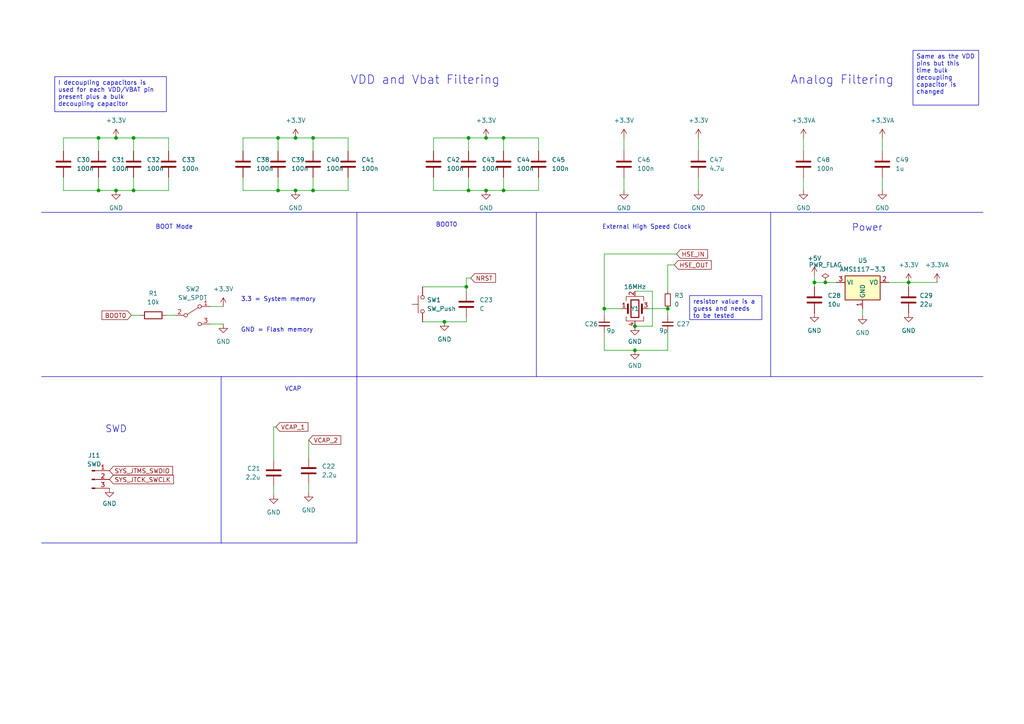
<source format=kicad_sch>
(kicad_sch (version 20230121) (generator eeschema)
  (paper "A4")
  (lib_symbols
    (symbol "Connector:Conn_01x03_Pin" (pin_names (offset 1.016) hide)
      (property "Reference" "J" (at 0 5.08 0))
      (property "Value" "Conn_01x03_Pin" (at 0 -5.08 0))
      (symbol "Conn_01x03_Pin_1_1"
        (polyline (pts (xy 1.27 -2.54) (xy 0.8636 -2.54)) (stroke (width 0.1524)))
        (polyline (pts (xy 1.27 0) (xy 0.8636 0)) (stroke (width 0.1524)))
        (polyline (pts (xy 1.27 2.54) (xy 0.8636 2.54)) (stroke (width 0.1524)))
        (rectangle (start 0.8636 -2.413) (end 0 -2.667) (stroke (width 0.1524)) (fill (type outline)))
        (rectangle (start 0.8636 0.127) (end 0 -0.127) (stroke (width 0.1524)) (fill (type outline)))
        (rectangle (start 0.8636 2.667) (end 0 2.413) (stroke (width 0.1524)) (fill (type outline)))
        (pin passive line (at 5.08 2.54 180) (length 3.81) (name "Pin_1") (number "1"))
        (pin passive line (at 5.08 0 180) (length 3.81) (name "Pin_2") (number "2"))
        (pin passive line (at 5.08 -2.54 180) (length 3.81) (name "Pin_3") (number "3"))
      )
    )
    (symbol "Device:C" (pin_numbers hide) (pin_names (offset 0.254))
      (property "Reference" "C" (at 0.635 2.54 0))
      (property "Value" "C" (at 0.635 -2.54 0))
      (symbol "C_0_1"
        (polyline (pts (xy -2.032 -0.762) (xy 2.032 -0.762)) (stroke (width 0.508)))
        (polyline (pts (xy -2.032 0.762) (xy 2.032 0.762)) (stroke (width 0.508)))
      )
      (symbol "C_1_1"
        (pin passive line (at 0 3.81 270) (length 2.794) (name "~") (number "1"))
        (pin passive line (at 0 -3.81 90) (length 2.794) (name "~") (number "2"))
      )
    )
    (symbol "Device:C_Small" (pin_numbers hide) (pin_names (offset 0.254) hide)
      (property "Reference" "C" (at 0.254 1.778 0))
      (property "Value" "C_Small" (at 0.254 -2.032 0))
      (symbol "C_Small_0_1"
        (polyline (pts (xy -1.524 -0.508) (xy 1.524 -0.508)) (stroke (width 0.3302)))
        (polyline (pts (xy -1.524 0.508) (xy 1.524 0.508)) (stroke (width 0.3048)))
      )
      (symbol "C_Small_1_1"
        (pin passive line (at 0 2.54 270) (length 2.032) (name "~") (number "1"))
        (pin passive line (at 0 -2.54 90) (length 2.032) (name "~") (number "2"))
      )
    )
    (symbol "Device:Crystal_GND24" (pin_names (offset 1.016) hide)
      (property "Reference" "Y" (at 3.175 5.08 0))
      (property "Value" "Crystal_GND24" (at 3.175 3.175 0))
      (symbol "Crystal_GND24_0_1"
        (rectangle (start -1.143 2.54) (end 1.143 -2.54) (stroke (width 0.3048)))
        (polyline (pts (xy -2.54 0) (xy -2.032 0)))
        (polyline (pts (xy -2.032 -1.27) (xy -2.032 1.27)) (stroke (width 0.508)))
        (polyline (pts (xy 0 -3.81) (xy 0 -3.556)))
        (polyline (pts (xy 0 3.556) (xy 0 3.81)))
        (polyline (pts (xy 2.032 -1.27) (xy 2.032 1.27)) (stroke (width 0.508)))
        (polyline (pts (xy 2.032 0) (xy 2.54 0)))
        (polyline (pts (xy -2.54 -2.286) (xy -2.54 -3.556) (xy 2.54 -3.556) (xy 2.54 -2.286)))
        (polyline (pts (xy -2.54 2.286) (xy -2.54 3.556) (xy 2.54 3.556) (xy 2.54 2.286)))
      )
      (symbol "Crystal_GND24_1_1"
        (pin passive line (at -3.81 0 0) (length 1.27) (name "1") (number "1"))
        (pin passive line (at 0 5.08 270) (length 1.27) (name "2") (number "2"))
        (pin passive line (at 3.81 0 180) (length 1.27) (name "3") (number "3"))
        (pin passive line (at 0 -5.08 90) (length 1.27) (name "4") (number "4"))
      )
    )
    (symbol "Device:R" (pin_numbers hide) (pin_names (offset 0))
      (property "Reference" "R" (at 2.032 0 90))
      (property "Value" "R" (at 0 0 90))
      (symbol "R_0_1"
        (rectangle (start -1.016 -2.54) (end 1.016 2.54) (stroke (width 0.254)))
      )
      (symbol "R_1_1"
        (pin passive line (at 0 3.81 270) (length 1.27) (name "~") (number "1"))
        (pin passive line (at 0 -3.81 90) (length 1.27) (name "~") (number "2"))
      )
    )
    (symbol "Device:R_Small" (pin_numbers hide) (pin_names (offset 0.254) hide)
      (property "Reference" "R" (at 0.762 0.508 0))
      (property "Value" "R_Small" (at 0.762 -1.016 0))
      (symbol "R_Small_0_1"
        (rectangle (start -0.762 1.778) (end 0.762 -1.778) (stroke (width 0.2032)))
      )
      (symbol "R_Small_1_1"
        (pin passive line (at 0 2.54 270) (length 0.762) (name "~") (number "1"))
        (pin passive line (at 0 -2.54 90) (length 0.762) (name "~") (number "2"))
      )
    )
    (symbol "Regulator_Linear:AMS1117-3.3"
      (property "Reference" "U" (at -3.81 3.175 0))
      (property "Value" "AMS1117-3.3" (at 0 3.175 0))
      (symbol "AMS1117-3.3_0_1"
        (rectangle (start -5.08 -5.08) (end 5.08 1.905) (stroke (width 0.254)) (fill (type background)))
      )
      (symbol "AMS1117-3.3_1_1"
        (pin power_in line (at 0 -7.62 90) (length 2.54) (name "GND") (number "1"))
        (pin power_out line (at 7.62 0 180) (length 2.54) (name "VO") (number "2"))
        (pin power_in line (at -7.62 0 0) (length 2.54) (name "VI") (number "3"))
      )
    )
    (symbol "Switch:SW_Push" (pin_numbers hide) (pin_names (offset 1.016) hide)
      (property "Reference" "SW" (at 1.27 2.54 0))
      (property "Value" "SW_Push" (at 0 -1.524 0))
      (symbol "SW_Push_0_1"
        (circle (center -2.032 0) (radius 0.508))
        (polyline (pts (xy 0 1.27) (xy 0 3.048)))
        (polyline (pts (xy 2.54 1.27) (xy -2.54 1.27)))
        (circle (center 2.032 0) (radius 0.508))
        (pin passive line (at -5.08 0 0) (length 2.54) (name "1") (number "1"))
        (pin passive line (at 5.08 0 180) (length 2.54) (name "2") (number "2"))
      )
    )
    (symbol "Switch:SW_SPDT" (pin_names (offset 0) hide)
      (property "Reference" "SW" (at 0 4.318 0))
      (property "Value" "SW_SPDT" (at 0 -5.08 0))
      (symbol "SW_SPDT_0_0"
        (circle (center -2.032 0) (radius 0.508))
        (circle (center 2.032 -2.54) (radius 0.508))
      )
      (symbol "SW_SPDT_0_1"
        (polyline (pts (xy -1.524 0.254) (xy 1.651 2.286)))
        (circle (center 2.032 2.54) (radius 0.508))
      )
      (symbol "SW_SPDT_1_1"
        (pin passive line (at 5.08 2.54 180) (length 2.54) (name "A") (number "1"))
        (pin passive line (at -5.08 0 0) (length 2.54) (name "B") (number "2"))
        (pin passive line (at 5.08 -2.54 180) (length 2.54) (name "C") (number "3"))
      )
    )
    (symbol "power:+3.3V" (power) (pin_names (offset 0))
      (property "Value" "+3.3V" (at 0 3.556 0))
      (symbol "+3.3V_0_1"
        (polyline (pts (xy -0.762 1.27) (xy 0 2.54)))
        (polyline (pts (xy 0 0) (xy 0 2.54)))
        (polyline (pts (xy 0 2.54) (xy 0.762 1.27)))
      )
      (symbol "+3.3V_1_1"
        (pin power_in line (at 0 0 90) (length 0) hide (name "+3.3V") (number "1"))
      )
    )
    (symbol "power:+3.3VA" (power) (pin_names (offset 0))
      (property "Value" "+3.3VA" (at 0 3.556 0))
      (symbol "+3.3VA_0_1"
        (polyline (pts (xy -0.762 1.27) (xy 0 2.54)))
        (polyline (pts (xy 0 0) (xy 0 2.54)))
        (polyline (pts (xy 0 2.54) (xy 0.762 1.27)))
      )
      (symbol "+3.3VA_1_1"
        (pin power_in line (at 0 0 90) (length 0) hide (name "+3.3VA") (number "1"))
      )
    )
    (symbol "power:+5V" (power) (pin_names (offset 0))
      (property "Value" "+5V" (at 0 3.556 0))
      (symbol "+5V_0_1"
        (polyline (pts (xy -0.762 1.27) (xy 0 2.54)))
        (polyline (pts (xy 0 0) (xy 0 2.54)))
        (polyline (pts (xy 0 2.54) (xy 0.762 1.27)))
      )
      (symbol "+5V_1_1"
        (pin power_in line (at 0 0 90) (length 0) hide (name "+5V") (number "1"))
      )
    )
    (symbol "power:GND" (power) (pin_names (offset 0))
      (property "Value" "GND" (at 0 -3.81 0))
      (symbol "GND_0_1"
        (polyline (pts (xy 0 0) (xy 0 -1.27) (xy 1.27 -1.27) (xy 0 -2.54) (xy -1.27 -1.27) (xy 0 -1.27)))
      )
      (symbol "GND_1_1"
        (pin power_in line (at 0 0 270) (length 0) hide (name "GND") (number "1"))
      )
    )
    (symbol "power:PWR_FLAG" (power) (pin_numbers hide) (pin_names (offset 0) hide)
      (property "Value" "PWR_FLAG" (at 0 3.81 0))
      (symbol "PWR_FLAG_0_0"
        (pin power_out line (at 0 0 90) (length 0) (name "pwr") (number "1"))
      )
      (symbol "PWR_FLAG_0_1"
        (polyline (pts (xy 0 0) (xy 0 1.27) (xy -1.016 1.905) (xy 0 2.54) (xy 1.016 1.905) (xy 0 1.27)))
      )
    )
  )
  (junction (at 236.22 81.915))
  (junction (at 263.525 81.915))
  (junction (at 184.15 94.615))
  (junction (at 85.725 55.245))
  (junction (at 146.05 40.005))
  (junction (at 90.805 40.005))
  (junction (at 28.575 40.005))
  (junction (at 80.645 40.005))
  (junction (at 90.805 55.245))
  (junction (at 184.15 101.6))
  (junction (at 128.905 93.345))
  (junction (at 38.735 55.245))
  (junction (at 38.735 40.005))
  (junction (at 85.725 40.005))
  (junction (at 33.655 40.005))
  (junction (at 193.675 89.535))
  (junction (at 80.645 55.245))
  (junction (at 135.255 83.185))
  (junction (at 28.575 55.245))
  (junction (at 140.97 40.005))
  (junction (at 239.395 81.915))
  (junction (at 33.655 55.245))
  (junction (at 140.97 55.245))
  (junction (at 146.05 55.245))
  (junction (at 135.89 55.245))
  (junction (at 135.89 40.005))
  (junction (at 175.26 89.535))
  (wire (pts (xy 80.645 55.245) (xy 85.725 55.245)))
  (wire (pts (xy 48.895 40.005) (xy 48.895 43.815)))
  (wire (pts (xy 175.26 101.6) (xy 184.15 101.6)))
  (wire (pts (xy 90.805 40.005) (xy 100.965 40.005)))
  (wire (pts (xy 125.73 51.435) (xy 125.73 55.245)))
  (wire (pts (xy 18.415 51.435) (xy 18.415 55.245)))
  (wire (pts (xy 236.22 80.01) (xy 236.22 81.915)))
  (wire (pts (xy 85.725 55.245) (xy 90.805 55.245)))
  (wire (pts (xy 70.485 51.435) (xy 70.485 55.245)))
  (wire (pts (xy 79.375 123.825) (xy 79.375 133.35)))
  (wire (pts (xy 18.415 40.005) (xy 28.575 40.005)))
  (polyline (pts (xy 285.115 109.22) (xy 223.52 109.22)))
  (wire (pts (xy 80.645 51.435) (xy 80.645 55.245)))
  (wire (pts (xy 175.26 73.66) (xy 196.215 73.66)))
  (wire (pts (xy 122.555 83.185) (xy 135.255 83.185)))
  (wire (pts (xy 80.645 40.005) (xy 80.645 43.815)))
  (wire (pts (xy 233.045 51.435) (xy 233.045 55.245)))
  (wire (pts (xy 193.675 91.44) (xy 193.675 89.535)))
  (wire (pts (xy 135.89 51.435) (xy 135.89 55.245)))
  (wire (pts (xy 175.26 89.535) (xy 175.26 91.44)))
  (wire (pts (xy 146.05 40.005) (xy 146.05 43.815)))
  (polyline (pts (xy 155.575 109.22) (xy 103.505 109.22)))
  (polyline (pts (xy 155.575 109.22) (xy 155.575 61.595)))
  (wire (pts (xy 233.045 40.005) (xy 233.045 43.815)))
  (wire (pts (xy 140.97 55.245) (xy 146.05 55.245)))
  (wire (pts (xy 79.375 140.97) (xy 79.375 143.51)))
  (polyline (pts (xy 12.065 61.595) (xy 285.115 61.595)))
  (wire (pts (xy 125.73 40.005) (xy 135.89 40.005)))
  (wire (pts (xy 189.23 84.455) (xy 189.23 94.615)))
  (wire (pts (xy 255.905 51.435) (xy 255.905 55.245)))
  (wire (pts (xy 90.805 55.245) (xy 100.965 55.245)))
  (wire (pts (xy 33.655 55.245) (xy 38.735 55.245)))
  (wire (pts (xy 263.525 81.915) (xy 263.525 83.185)))
  (wire (pts (xy 90.805 40.005) (xy 90.805 43.815)))
  (polyline (pts (xy 64.135 109.22) (xy 64.135 157.48)))
  (wire (pts (xy 38.735 40.005) (xy 48.895 40.005)))
  (wire (pts (xy 156.21 55.245) (xy 156.21 51.435)))
  (wire (pts (xy 193.675 76.835) (xy 195.58 76.835)))
  (wire (pts (xy 28.575 40.005) (xy 33.655 40.005)))
  (wire (pts (xy 64.77 88.9) (xy 60.96 88.9)))
  (wire (pts (xy 38.735 40.005) (xy 38.735 43.815)))
  (wire (pts (xy 175.26 96.52) (xy 175.26 101.6)))
  (wire (pts (xy 28.575 40.005) (xy 28.575 43.815)))
  (wire (pts (xy 70.485 43.815) (xy 70.485 40.005)))
  (wire (pts (xy 135.255 93.345) (xy 128.905 93.345)))
  (wire (pts (xy 193.675 84.455) (xy 193.675 76.835)))
  (wire (pts (xy 85.725 40.005) (xy 90.805 40.005)))
  (wire (pts (xy 48.26 91.44) (xy 50.8 91.44)))
  (wire (pts (xy 184.15 101.6) (xy 193.675 101.6)))
  (wire (pts (xy 135.255 83.185) (xy 135.255 80.645)))
  (wire (pts (xy 125.73 43.815) (xy 125.73 40.005)))
  (wire (pts (xy 28.575 51.435) (xy 28.575 55.245)))
  (wire (pts (xy 135.255 92.075) (xy 135.255 93.345)))
  (wire (pts (xy 135.255 84.455) (xy 135.255 83.185)))
  (wire (pts (xy 140.97 40.005) (xy 146.05 40.005)))
  (wire (pts (xy 156.21 40.005) (xy 156.21 43.815)))
  (wire (pts (xy 70.485 55.245) (xy 80.645 55.245)))
  (wire (pts (xy 263.525 81.915) (xy 271.78 81.915)))
  (wire (pts (xy 125.73 55.245) (xy 135.89 55.245)))
  (wire (pts (xy 135.255 80.645) (xy 136.525 80.645)))
  (wire (pts (xy 90.805 51.435) (xy 90.805 55.245)))
  (wire (pts (xy 28.575 55.245) (xy 33.655 55.245)))
  (wire (pts (xy 242.57 81.915) (xy 239.395 81.915)))
  (wire (pts (xy 135.89 55.245) (xy 140.97 55.245)))
  (wire (pts (xy 184.15 84.455) (xy 189.23 84.455)))
  (polyline (pts (xy 103.505 109.22) (xy 103.505 61.595)))
  (polyline (pts (xy 223.52 109.22) (xy 223.52 61.595)))
  (wire (pts (xy 18.415 55.245) (xy 28.575 55.245)))
  (wire (pts (xy 236.22 81.915) (xy 236.22 83.185)))
  (wire (pts (xy 146.05 40.005) (xy 156.21 40.005)))
  (wire (pts (xy 146.05 55.245) (xy 156.21 55.245)))
  (wire (pts (xy 189.23 94.615) (xy 184.15 94.615)))
  (wire (pts (xy 180.975 40.005) (xy 180.975 43.815)))
  (wire (pts (xy 80.645 40.005) (xy 85.725 40.005)))
  (wire (pts (xy 175.26 89.535) (xy 175.26 73.66)))
  (wire (pts (xy 193.675 101.6) (xy 193.675 96.52)))
  (polyline (pts (xy 223.52 109.22) (xy 155.575 109.22)))
  (wire (pts (xy 146.05 51.435) (xy 146.05 55.245)))
  (wire (pts (xy 100.965 55.245) (xy 100.965 51.435)))
  (wire (pts (xy 48.895 55.245) (xy 48.895 51.435)))
  (polyline (pts (xy 12.065 109.22) (xy 103.505 109.22)))
  (polyline (pts (xy 103.505 157.48) (xy 103.505 109.22)))
  (wire (pts (xy 202.565 51.435) (xy 202.565 55.245)))
  (wire (pts (xy 257.81 81.915) (xy 263.525 81.915)))
  (wire (pts (xy 70.485 40.005) (xy 80.645 40.005)))
  (wire (pts (xy 38.735 55.245) (xy 48.895 55.245)))
  (wire (pts (xy 80.01 123.825) (xy 79.375 123.825)))
  (wire (pts (xy 135.89 40.005) (xy 140.97 40.005)))
  (wire (pts (xy 64.77 93.98) (xy 60.96 93.98)))
  (wire (pts (xy 193.675 89.535) (xy 187.96 89.535)))
  (wire (pts (xy 38.1 91.44) (xy 40.64 91.44)))
  (wire (pts (xy 135.89 40.005) (xy 135.89 43.815)))
  (wire (pts (xy 128.905 93.345) (xy 122.555 93.345)))
  (wire (pts (xy 89.535 127.635) (xy 89.535 132.715)))
  (wire (pts (xy 239.395 81.915) (xy 236.22 81.915)))
  (wire (pts (xy 89.535 142.875) (xy 89.535 140.335)))
  (wire (pts (xy 18.415 43.815) (xy 18.415 40.005)))
  (wire (pts (xy 250.19 91.44) (xy 250.19 89.535)))
  (wire (pts (xy 180.34 89.535) (xy 175.26 89.535)))
  (wire (pts (xy 100.965 40.005) (xy 100.965 43.815)))
  (wire (pts (xy 255.905 40.005) (xy 255.905 43.815)))
  (wire (pts (xy 33.655 40.005) (xy 38.735 40.005)))
  (polyline (pts (xy 12.065 157.48) (xy 64.135 157.48)))
  (wire (pts (xy 180.975 51.435) (xy 180.975 55.245)))
  (wire (pts (xy 38.735 51.435) (xy 38.735 55.245)))
  (wire (pts (xy 202.565 40.005) (xy 202.565 43.815)))
  (polyline (pts (xy 64.135 157.48) (xy 103.505 157.48)))
  (text_box "resistor value is a guess and needs to be tested\n" (at 200.025 85.725 0) (size 20.955 6.985) (effects (font (size 1.27 1.27)) (justify left top)))
  (text_box "Same as the VDD pins but this time bulk decoupling capacitor is changed \n" (at 264.795 14.605 0) (size 19.05 15.875) (effects (font (size 1.27 1.27)) (justify left top)))
  (text_box "I decoupling capacitors is used for each VDD/VBAT pin present plus a bulk decoupling capacitor\n" (at 15.875 22.225 0) (size 32.385 10.16) (effects (font (size 1.27 1.27)) (justify left top)))
  (text "External High Speed Clock\n" (at 174.625 66.675 0) (effects (font (size 1.27 1.27)) (justify left bottom)))
  (text "VCAP" (at 82.55 113.665 0) (effects (font (size 1.27 1.27)) (justify left bottom)))
  (text "VDD and Vbat Filtering" (at 101.6 24.765 0) (effects (font (size 2.5 2.5)) (justify left bottom)))
  (text "SWD" (at 30.48 125.73 0) (effects (font (size 2 2)) (justify left bottom)))
  (text "Power" (at 247.015 67.31 0) (effects (font (size 2 2)) (justify left bottom)))
  (text "3.3 = System memory\n" (at 69.85 87.63 0) (effects (font (size 1.27 1.27)) (justify left bottom)))
  (text "BOOT Mode" (at 45.085 66.675 0) (effects (font (size 1.27 1.27)) (justify left bottom)))
  (text "Analog Filtering" (at 229.235 24.765 0) (effects (font (size 2.5 2.5)) (justify left bottom)))
  (text "BOOT0\n" (at 126.365 66.04 0) (effects (font (size 1.27 1.27)) (justify left bottom)))
  (text "GND = Flash memory\n" (at 69.85 96.52 0) (effects (font (size 1.27 1.27)) (justify left bottom)))
  (global_label "SYS_JTMS_SWDIO" (shape input) (at 31.75 136.525 0) (property "Intersheetrefs" "${INTERSHEET_REFS}" (effects hide)))
  (global_label "BOOT0" (shape input) (at 38.1 91.44 180) (property "Intersheetrefs" "${INTERSHEET_REFS}" (effects hide)))
  (global_label "SYS_JTCK_SWCLK" (shape input) (at 31.75 139.065 0) (property "Intersheetrefs" "${INTERSHEET_REFS}" (effects hide)))
  (global_label "HSE_IN" (shape input) (at 196.215 73.66 0) (property "Intersheetrefs" "${INTERSHEET_REFS}" (effects hide)))
  (global_label "VCAP_2" (shape input) (at 89.535 127.635 0) (property "Intersheetrefs" "${INTERSHEET_REFS}" (effects hide)))
  (global_label "HSE_OUT" (shape input) (at 195.58 76.835 0) (property "Intersheetrefs" "${INTERSHEET_REFS}" (effects hide)))
  (global_label "NRST" (shape input) (at 136.525 80.645 0) (property "Intersheetrefs" "${INTERSHEET_REFS}" (effects hide)))
  (global_label "VCAP_1" (shape input) (at 80.01 123.825 0) (property "Intersheetrefs" "${INTERSHEET_REFS}" (effects hide)))
  (symbol (lib_id "power:GND") (at 140.97 55.245 0) (unit 1)
    (property "Reference" "#PWR057" (effects hide))
    (property "Value" "GND" (at 140.97 60.325 0))
    (instances (project "rev2" (path "" (reference "#PWR057") (unit 1))) (project "Rev2.1" (path "" (reference "#PWR06") (unit 1)) (path "" (reference "#PWR044") (unit 1))))
  )
  (symbol (lib_id "Device:C_Small") (at 175.26 93.98 0) (unit 1)
    (property "Reference" "C26" (at 169.545 93.98 0) (effects (justify left)))
    (property "Value" "9p" (at 175.895 95.885 0) (effects (justify left)))
    (property "Footprint" "Capacitor_SMD:C_0603_1608Metric_Pad1.08x0.95mm_HandSolder" (effects hide))
    (instances (project "rev2" (path "" (reference "C26") (unit 1))) (project "STM32F030" (path "" (reference "C10") (unit 1))) (project "Rev2.1" (path "" (reference "C17") (unit 1)) (path "" (reference "C27") (unit 1))))
  )
  (symbol (lib_id "power:GND") (at 250.19 91.44 0) (unit 1)
    (property "Reference" "#PWR039" (effects hide))
    (property "Value" "GND" (at 250.19 96.52 0))
    (instances (project "rev2" (path "" (reference "#PWR039") (unit 1))) (project "Rev2.1" (path "" (reference "#PWR021") (unit 1)) (path "" (reference "#PWR034") (unit 1))))
  )
  (symbol (lib_id "Device:C") (at 89.535 136.525 0) (unit 1)
    (property "Reference" "C22" (at 93.345 135.255 0) (effects (justify left)))
    (property "Value" "2.2u" (at 93.345 137.795 0) (effects (justify left)))
    (property "Footprint" "Capacitor_SMD:C_0603_1608Metric_Pad1.08x0.95mm_HandSolder" (effects hide))
    (instances (project "rev2" (path "" (reference "C22") (unit 1))) (project "Rev2.1" (path "" (reference "C22") (unit 1)) (path "" (reference "C30") (unit 1))))
  )
  (symbol (lib_id "Device:C") (at 48.895 47.625 0) (unit 1)
    (property "Reference" "C33" (at 52.705 46.355 0) (effects (justify left)))
    (property "Value" "100n" (at 52.705 48.895 0) (effects (justify left)))
    (property "Footprint" "Capacitor_SMD:C_0603_1608Metric_Pad1.08x0.95mm_HandSolder" (effects hide))
    (instances (project "rev2" (path "" (reference "C33") (unit 1))) (project "Rev2.1" (path "" (reference "C4") (unit 1)) (path "" (reference "C28") (unit 1))))
  )
  (symbol (lib_id "Device:C") (at 156.21 47.625 0) (unit 1)
    (property "Reference" "C45" (at 160.02 46.355 0) (effects (justify left)))
    (property "Value" "100n" (at 160.02 48.895 0) (effects (justify left)))
    (property "Footprint" "Capacitor_SMD:C_0603_1608Metric_Pad1.08x0.95mm_HandSolder" (effects hide))
    (instances (project "rev2" (path "" (reference "C45") (unit 1))) (project "Rev2.1" (path "" (reference "C12") (unit 1)) (path "" (reference "C40") (unit 1))))
  )
  (symbol (lib_id "Device:C") (at 236.22 86.995 0) (unit 1)
    (property "Reference" "C28" (at 240.03 85.725 0) (effects (justify left)))
    (property "Value" "10u" (at 240.03 88.265 0) (effects (justify left)))
    (property "Footprint" "Capacitor_SMD:C_0603_1608Metric_Pad1.08x0.95mm_HandSolder" (effects hide))
    (instances (project "rev2" (path "" (reference "C28") (unit 1))) (project "Rev2.1" (path "" (reference "C19") (unit 1)) (path "" (reference "C26") (unit 1))))
  )
  (symbol (lib_id "Device:C_Small") (at 193.675 93.98 0) (unit 1)
    (property "Reference" "C27" (at 196.215 93.98 0) (effects (justify left)))
    (property "Value" "9p" (at 191.135 95.885 0) (effects (justify left)))
    (property "Footprint" "Capacitor_SMD:C_0603_1608Metric_Pad1.08x0.95mm_HandSolder" (effects hide))
    (instances (project "rev2" (path "" (reference "C27") (unit 1))) (project "STM32F030" (path "" (reference "C11") (unit 1))) (project "Rev2.1" (path "" (reference "C18") (unit 1)) (path "" (reference "C31") (unit 1))))
  )
  (symbol (lib_id "power:GND") (at 89.535 142.875 0) (unit 1)
    (property "Reference" "#PWR023" (effects hide))
    (property "Value" "GND" (at 89.535 147.955 0))
    (instances (project "rev2" (path "" (reference "#PWR023") (unit 1))) (project "Rev2.1" (path "" (reference "#PWR026") (unit 1)) (path "" (reference "#PWR037") (unit 1))))
  )
  (symbol (lib_id "power:GND") (at 184.15 101.6 0) (unit 1)
    (property "Reference" "#PWR030" (effects hide))
    (property "Value" "GND" (at 184.15 106.045 0))
    (instances (project "rev2" (path "" (reference "#PWR030") (unit 1))) (project "STM32F030" (path "" (reference "#PWR012") (unit 1))) (project "Rev2.1" (path "" (reference "#PWR018") (unit 1)) (path "" (reference "#PWR033") (unit 1))))
  )
  (symbol (lib_id "power:GND") (at 64.77 93.98 0) (unit 1)
    (property "Reference" "#PWR026" (effects hide))
    (property "Value" "GND" (at 64.77 99.06 0))
    (instances (project "rev2" (path "" (reference "#PWR026") (unit 1))) (project "Rev2.1" (path "" (reference "#PWR016") (unit 1)) (path "" (reference "#PWR036") (unit 1))))
  )
  (symbol (lib_id "power:GND") (at 202.565 55.245 0) (unit 1)
    (property "Reference" "#PWR061" (effects hide))
    (property "Value" "GND" (at 202.565 60.325 0))
    (instances (project "rev2" (path "" (reference "#PWR061") (unit 1))) (project "Rev2.1" (path "" (reference "#PWR010") (unit 1)) (path "" (reference "#PWR048") (unit 1))))
  )
  (symbol (lib_id "Regulator_Linear:AMS1117-3.3") (at 250.19 81.915 0) (unit 1)
    (property "Reference" "U5" (at 250.19 75.565 0))
    (property "Value" "AMS1117-3.3" (at 250.19 78.105 0))
    (property "Footprint" "Package_TO_SOT_SMD:SOT-223-3_TabPin2" (effects hide))
    (property "Datasheet" "http://www.advanced-monolithic.com/pdf/ds1117.pdf" (effects hide))
    (instances (project "rev2" (path "" (reference "U5") (unit 1))) (project "Rev2.1" (path "" (reference "U2") (unit 1)) (path "" (reference "U3") (unit 1))))
  )
  (symbol (lib_id "Device:C") (at 255.905 47.625 0) (unit 1)
    (property "Reference" "C49" (at 259.715 46.355 0) (effects (justify left)))
    (property "Value" "1u" (at 259.715 48.895 0) (effects (justify left)))
    (property "Footprint" "Capacitor_SMD:C_0603_1608Metric_Pad1.08x0.95mm_HandSolder" (effects hide))
    (instances (project "rev2" (path "" (reference "C49") (unit 1))) (project "Rev2.1" (path "" (reference "C16") (unit 1)) (path "" (reference "C44") (unit 1))))
  )
  (symbol (lib_id "Device:C") (at 38.735 47.625 0) (unit 1)
    (property "Reference" "C32" (at 42.545 46.355 0) (effects (justify left)))
    (property "Value" "100n" (at 42.545 48.895 0) (effects (justify left)))
    (property "Footprint" "Capacitor_SMD:C_0603_1608Metric_Pad1.08x0.95mm_HandSolder" (effects hide))
    (instances (project "rev2" (path "" (reference "C32") (unit 1))) (project "Rev2.1" (path "" (reference "C3") (unit 1)) (path "" (reference "C25") (unit 1))))
  )
  (symbol (lib_id "Device:Crystal_GND24") (at 184.15 89.535 0) (unit 1)
    (property "Reference" "Y1" (at 184.15 89.535 0))
    (property "Value" "16MHz" (at 184.15 83.185 0))
    (property "Footprint" "Crystal:Crystal_SMD_3225-4Pin_3.2x2.5mm" (effects hide))
    (instances (project "rev2" (path "" (reference "Y1") (unit 1))) (project "STM32F030" (path "" (reference "Y1") (unit 1))) (project "Rev2.1" (path "" (reference "Y1") (unit 1)) (path "" (reference "Y2") (unit 1))))
  )
  (symbol (lib_id "power:PWR_FLAG") (at 239.395 81.915 0) (unit 1)
    (property "Reference" "#FLG01" (effects hide))
    (property "Value" "PWR_FLAG" (at 239.395 76.835 0))
    (instances (project "rev2" (path "" (reference "#FLG01") (unit 1))) (project "Rev2.1" (path "" (reference "#FLG01") (unit 1)) (path "" (reference "#FLG02") (unit 1))))
  )
  (symbol (lib_id "Device:R") (at 44.45 91.44 90) (unit 1)
    (property "Reference" "R1" (at 44.45 85.09 90))
    (property "Value" "10k" (at 44.45 87.63 90))
    (property "Footprint" "Resistor_SMD:R_0603_1608Metric_Pad0.98x0.95mm_HandSolder" (effects hide))
    (instances (project "rev2" (path "" (reference "R1") (unit 1))) (project "Rev2.1" (path "" (reference "R1") (unit 1)) (path "" (reference "R3") (unit 1))))
  )
  (symbol (lib_id "Device:C") (at 263.525 86.995 0) (unit 1)
    (property "Reference" "C29" (at 266.7 85.725 0) (effects (justify left)))
    (property "Value" "22u" (at 266.7 88.265 0) (effects (justify left)))
    (property "Footprint" "Capacitor_SMD:C_0603_1608Metric_Pad1.08x0.95mm_HandSolder" (effects hide))
    (instances (project "rev2" (path "" (reference "C29") (unit 1))) (project "Rev2.1" (path "" (reference "C20") (unit 1)) (path "" (reference "C32") (unit 1))))
  )
  (symbol (lib_id "Device:C") (at 233.045 47.625 0) (unit 1)
    (property "Reference" "C48" (at 236.855 46.355 0) (effects (justify left)))
    (property "Value" "100n" (at 236.855 48.895 0) (effects (justify left)))
    (property "Footprint" "Capacitor_SMD:C_0603_1608Metric_Pad1.08x0.95mm_HandSolder" (effects hide))
    (instances (project "rev2" (path "" (reference "C48") (unit 1))) (project "Rev2.1" (path "" (reference "C15") (unit 1)) (path "" (reference "C43") (unit 1))))
  )
  (symbol (lib_id "Device:R_Small") (at 193.675 86.995 0) (unit 1)
    (property "Reference" "R3" (at 195.58 85.725 0) (effects (justify left)))
    (property "Value" "0" (at 195.58 88.265 0) (effects (justify left)))
    (property "Footprint" "Resistor_SMD:R_0603_1608Metric_Pad0.98x0.95mm_HandSolder" (effects hide))
    (instances (project "rev2" (path "" (reference "R3") (unit 1))) (project "STM32F030" (path "" (reference "R1") (unit 1))) (project "Rev2.1" (path "" (reference "R2") (unit 1)) (path "" (reference "R4") (unit 1))))
  )
  (symbol (lib_id "Device:C") (at 135.255 88.265 0) (unit 1)
    (property "Reference" "C23" (at 139.065 86.995 0) (effects (justify left)))
    (property "Value" "C" (at 139.065 89.535 0) (effects (justify left)))
    (property "Footprint" "Capacitor_SMD:C_0603_1608Metric_Pad1.08x0.95mm_HandSolder" (effects hide))
    (instances (project "rev2" (path "" (reference "C23") (unit 1))) (project "Rev2.1" (path "" (reference "C45") (unit 1))))
  )
  (symbol (lib_id "Switch:SW_Push") (at 122.555 88.265 90) (unit 1)
    (property "Reference" "SW1" (at 123.825 86.995 90) (effects (justify right)))
    (property "Value" "SW_Push" (at 123.825 89.535 90) (effects (justify right)))
    (property "Footprint" "Button_Switch_SMD:SW_SPST_PTS645" (effects hide))
    (instances (project "rev2" (path "" (reference "SW1") (unit 1))) (project "Rev2.1" (path "" (reference "SW5") (unit 1))))
  )
  (symbol (lib_id "power:GND") (at 233.045 55.245 0) (unit 1)
    (property "Reference" "#PWR063" (effects hide))
    (property "Value" "GND" (at 233.045 60.325 0))
    (instances (project "rev2" (path "" (reference "#PWR063") (unit 1))) (project "Rev2.1" (path "" (reference "#PWR012") (unit 1)) (path "" (reference "#PWR050") (unit 1))))
  )
  (symbol (lib_id "power:+3.3V") (at 85.725 40.005 0) (unit 1)
    (property "Reference" "#PWR054" (effects hide))
    (property "Value" "+3.3V" (at 85.725 34.925 0))
    (instances (project "rev2" (path "" (reference "#PWR054") (unit 1))) (project "Rev2.1" (path "" (reference "#PWR03") (unit 1)) (path "" (reference "#PWR041") (unit 1))))
  )
  (symbol (lib_id "power:GND") (at 236.22 90.805 0) (unit 1)
    (property "Reference" "#PWR040" (effects hide))
    (property "Value" "GND" (at 236.22 95.885 0))
    (instances (project "rev2" (path "" (reference "#PWR040") (unit 1))) (project "Rev2.1" (path "" (reference "#PWR020") (unit 1)) (path "" (reference "#PWR030") (unit 1))))
  )
  (symbol (lib_id "power:GND") (at 33.655 55.245 0) (unit 1)
    (property "Reference" "#PWR051" (effects hide))
    (property "Value" "GND" (at 33.655 60.325 0))
    (instances (project "rev2" (path "" (reference "#PWR051") (unit 1))) (project "Rev2.1" (path "" (reference "#PWR02") (unit 1)) (path "" (reference "#PWR028") (unit 1))))
  )
  (symbol (lib_id "Device:C") (at 100.965 47.625 0) (unit 1)
    (property "Reference" "C41" (at 104.775 46.355 0) (effects (justify left)))
    (property "Value" "100n" (at 104.775 48.895 0) (effects (justify left)))
    (property "Footprint" "Capacitor_SMD:C_0603_1608Metric_Pad1.08x0.95mm_HandSolder" (effects hide))
    (instances (project "rev2" (path "" (reference "C41") (unit 1))) (project "Rev2.1" (path "" (reference "C8") (unit 1)) (path "" (reference "C36") (unit 1))))
  )
  (symbol (lib_id "power:GND") (at 180.975 55.245 0) (unit 1)
    (property "Reference" "#PWR059" (effects hide))
    (property "Value" "GND" (at 180.975 60.325 0))
    (instances (project "rev2" (path "" (reference "#PWR059") (unit 1))) (project "Rev2.1" (path "" (reference "#PWR08") (unit 1)) (path "" (reference "#PWR046") (unit 1))))
  )
  (symbol (lib_id "power:+3.3V") (at 202.565 40.005 0) (unit 1)
    (property "Reference" "#PWR060" (effects hide))
    (property "Value" "+3.3V" (at 202.565 34.925 0))
    (instances (project "rev2" (path "" (reference "#PWR060") (unit 1))) (project "Rev2.1" (path "" (reference "#PWR09") (unit 1)) (path "" (reference "#PWR047") (unit 1))))
  )
  (symbol (lib_id "power:GND") (at 85.725 55.245 0) (unit 1)
    (property "Reference" "#PWR055" (effects hide))
    (property "Value" "GND" (at 85.725 60.325 0))
    (instances (project "rev2" (path "" (reference "#PWR055") (unit 1))) (project "Rev2.1" (path "" (reference "#PWR04") (unit 1)) (path "" (reference "#PWR042") (unit 1))))
  )
  (symbol (lib_id "Device:C") (at 135.89 47.625 0) (unit 1)
    (property "Reference" "C43" (at 139.7 46.355 0) (effects (justify left)))
    (property "Value" "100n" (at 139.7 48.895 0) (effects (justify left)))
    (property "Footprint" "Capacitor_SMD:C_0603_1608Metric_Pad1.08x0.95mm_HandSolder" (effects hide))
    (instances (project "rev2" (path "" (reference "C43") (unit 1))) (project "Rev2.1" (path "" (reference "C10") (unit 1)) (path "" (reference "C38") (unit 1))))
  )
  (symbol (lib_id "Device:C") (at 70.485 47.625 0) (unit 1)
    (property "Reference" "C38" (at 74.295 46.355 0) (effects (justify left)))
    (property "Value" "100n" (at 74.295 48.895 0) (effects (justify left)))
    (property "Footprint" "Capacitor_SMD:C_0603_1608Metric_Pad1.08x0.95mm_HandSolder" (effects hide))
    (instances (project "rev2" (path "" (reference "C38") (unit 1))) (project "Rev2.1" (path "" (reference "C5") (unit 1)) (path "" (reference "C33") (unit 1))))
  )
  (symbol (lib_id "power:+3.3V") (at 140.97 40.005 0) (unit 1)
    (property "Reference" "#PWR056" (effects hide))
    (property "Value" "+3.3V" (at 140.97 34.925 0))
    (instances (project "rev2" (path "" (reference "#PWR056") (unit 1))) (project "Rev2.1" (path "" (reference "#PWR05") (unit 1)) (path "" (reference "#PWR043") (unit 1))))
  )
  (symbol (lib_id "power:GND") (at 128.905 93.345 0) (unit 1)
    (property "Reference" "#PWR021" (effects hide))
    (property "Value" "GND" (at 128.905 98.425 0))
    (instances (project "rev2" (path "" (reference "#PWR021") (unit 1))) (project "Rev2.1" (path "" (reference "#PWR053") (unit 1))))
  )
  (symbol (lib_id "Device:C") (at 18.415 47.625 0) (unit 1)
    (property "Reference" "C30" (at 22.225 46.355 0) (effects (justify left)))
    (property "Value" "100n" (at 22.225 48.895 0) (effects (justify left)))
    (property "Footprint" "Capacitor_SMD:C_0603_1608Metric_Pad1.08x0.95mm_HandSolder" (effects hide))
    (instances (project "rev2" (path "" (reference "C30") (unit 1))) (project "Rev2.1" (path "" (reference "C1") (unit 1)) (path "" (reference "C23") (unit 1))))
  )
  (symbol (lib_id "Device:C") (at 125.73 47.625 0) (unit 1)
    (property "Reference" "C42" (at 129.54 46.355 0) (effects (justify left)))
    (property "Value" "100n" (at 129.54 48.895 0) (effects (justify left)))
    (property "Footprint" "Capacitor_SMD:C_0603_1608Metric_Pad1.08x0.95mm_HandSolder" (effects hide))
    (instances (project "rev2" (path "" (reference "C42") (unit 1))) (project "Rev2.1" (path "" (reference "C9") (unit 1)) (path "" (reference "C37") (unit 1))))
  )
  (symbol (lib_id "power:+3.3V") (at 263.525 81.915 0) (unit 1)
    (property "Reference" "#PWR043" (effects hide))
    (property "Value" "+3.3V" (at 263.525 76.835 0))
    (instances (project "rev2" (path "" (reference "#PWR043") (unit 1))) (project "Rev2.1" (path "" (reference "#PWR022") (unit 1)) (path "" (reference "#PWR038") (unit 1))))
  )
  (symbol (lib_id "Device:C") (at 202.565 47.625 0) (unit 1)
    (property "Reference" "C47" (at 205.74 46.355 0) (effects (justify left)))
    (property "Value" "4.7u" (at 205.74 48.895 0) (effects (justify left)))
    (property "Footprint" "Capacitor_SMD:C_0603_1608Metric_Pad1.08x0.95mm_HandSolder" (effects hide))
    (instances (project "rev2" (path "" (reference "C47") (unit 1))) (project "Rev2.1" (path "" (reference "C14") (unit 1)) (path "" (reference "C42") (unit 1))))
  )
  (symbol (lib_id "power:+3.3VA") (at 271.78 81.915 0) (unit 1)
    (property "Reference" "#PWR044" (effects hide))
    (property "Value" "+3.3VA" (at 271.78 76.835 0))
    (instances (project "rev2" (path "" (reference "#PWR044") (unit 1))) (project "Rev2.1" (path "" (reference "#PWR024") (unit 1)) (path "" (reference "#PWR040") (unit 1))))
  )
  (symbol (lib_id "Device:C") (at 28.575 47.625 0) (unit 1)
    (property "Reference" "C31" (at 32.385 46.355 0) (effects (justify left)))
    (property "Value" "100n" (at 32.385 48.895 0) (effects (justify left)))
    (property "Footprint" "Capacitor_SMD:C_0603_1608Metric_Pad1.08x0.95mm_HandSolder" (effects hide))
    (instances (project "rev2" (path "" (reference "C31") (unit 1))) (project "Rev2.1" (path "" (reference "C2") (unit 1)) (path "" (reference "C24") (unit 1))))
  )
  (symbol (lib_id "Device:C") (at 146.05 47.625 0) (unit 1)
    (property "Reference" "C44" (at 149.86 46.355 0) (effects (justify left)))
    (property "Value" "100n" (at 149.86 48.895 0) (effects (justify left)))
    (property "Footprint" "Capacitor_SMD:C_0603_1608Metric_Pad1.08x0.95mm_HandSolder" (effects hide))
    (instances (project "rev2" (path "" (reference "C44") (unit 1))) (project "Rev2.1" (path "" (reference "C11") (unit 1)) (path "" (reference "C39") (unit 1))))
  )
  (symbol (lib_id "Device:C") (at 79.375 137.16 0) (mirror y) (unit 1)
    (property "Reference" "C21" (at 75.565 135.89 0) (effects (justify left)))
    (property "Value" "2.2u" (at 75.565 138.43 0) (effects (justify left)))
    (property "Footprint" "Capacitor_SMD:C_0603_1608Metric_Pad1.08x0.95mm_HandSolder" (effects hide))
    (instances (project "rev2" (path "" (reference "C21") (unit 1))) (project "Rev2.1" (path "" (reference "C21") (unit 1)) (path "" (reference "C29") (unit 1))))
  )
  (symbol (lib_id "power:+3.3V") (at 33.655 40.005 0) (unit 1)
    (property "Reference" "#PWR050" (effects hide))
    (property "Value" "+3.3V" (at 33.655 34.925 0))
    (instances (project "rev2" (path "" (reference "#PWR050") (unit 1))) (project "Rev2.1" (path "" (reference "#PWR01") (unit 1)) (path "" (reference "#PWR027") (unit 1))))
  )
  (symbol (lib_id "power:+5V") (at 236.22 80.01 0) (unit 1)
    (property "Reference" "#PWR042" (effects hide))
    (property "Value" "+5V" (at 236.22 74.93 0))
    (instances (project "rev2" (path "" (reference "#PWR042") (unit 1))) (project "Rev2.1" (path "" (reference "#PWR019") (unit 1)) (path "" (reference "#PWR029") (unit 1))))
  )
  (symbol (lib_id "power:GND") (at 31.75 141.605 0) (unit 1)
    (property "Reference" "#PWR05" (effects hide))
    (property "Value" "GND" (at 31.75 146.05 0))
    (instances (project "rev2" (path "" (reference "#PWR05") (unit 1))) (project "Rev2.1" (path "" (reference "#PWR06") (unit 1))))
  )
  (symbol (lib_id "power:GND") (at 263.525 90.805 0) (unit 1)
    (property "Reference" "#PWR041" (effects hide))
    (property "Value" "GND" (at 263.525 95.885 0))
    (instances (project "rev2" (path "" (reference "#PWR041") (unit 1))) (project "Rev2.1" (path "" (reference "#PWR023") (unit 1)) (path "" (reference "#PWR039") (unit 1))))
  )
  (symbol (lib_id "Connector:Conn_01x03_Pin") (at 26.67 139.065 0) (unit 1)
    (property "Reference" "J11" (at 27.305 132.08 0))
    (property "Value" "SWD" (at 27.305 134.62 0))
    (property "Footprint" "Connector_PinHeader_2.54mm:PinHeader_1x03_P2.54mm_Vertical" (effects hide))
    (instances (project "rev2" (path "" (reference "J11") (unit 1))) (project "Rev2.1" (path "" (reference "J5") (unit 1))))
  )
  (symbol (lib_id "power:+3.3VA") (at 255.905 40.005 0) (unit 1)
    (property "Reference" "#PWR064" (effects hide))
    (property "Value" "+3.3VA" (at 255.905 34.925 0))
    (instances (project "rev2" (path "" (reference "#PWR064") (unit 1))) (project "Rev2.1" (path "" (reference "#PWR013") (unit 1)) (path "" (reference "#PWR051") (unit 1))))
  )
  (symbol (lib_id "power:+3.3VA") (at 233.045 40.005 0) (unit 1)
    (property "Reference" "#PWR062" (effects hide))
    (property "Value" "+3.3VA" (at 233.045 34.925 0))
    (instances (project "rev2" (path "" (reference "#PWR062") (unit 1))) (project "Rev2.1" (path "" (reference "#PWR011") (unit 1)) (path "" (reference "#PWR049") (unit 1))))
  )
  (symbol (lib_id "Switch:SW_SPDT") (at 55.88 91.44 0) (unit 1)
    (property "Reference" "SW2" (at 55.88 83.82 0))
    (property "Value" "SW_SPDT" (at 55.88 86.36 0))
    (property "Footprint" "Button_Switch_SMD:SW_SPDT_PCM12" (effects hide))
    (instances (project "rev2" (path "" (reference "SW2") (unit 1))) (project "Rev2.1" (path "" (reference "SW1") (unit 1)) (path "" (reference "SW3") (unit 1))))
  )
  (symbol (lib_id "power:+3.3V") (at 180.975 40.005 0) (unit 1)
    (property "Reference" "#PWR058" (effects hide))
    (property "Value" "+3.3V" (at 180.975 34.925 0))
    (instances (project "rev2" (path "" (reference "#PWR058") (unit 1))) (project "Rev2.1" (path "" (reference "#PWR07") (unit 1)) (path "" (reference "#PWR045") (unit 1))))
  )
  (symbol (lib_id "power:GND") (at 255.905 55.245 0) (unit 1)
    (property "Reference" "#PWR065" (effects hide))
    (property "Value" "GND" (at 255.905 60.325 0))
    (instances (project "rev2" (path "" (reference "#PWR065") (unit 1))) (project "Rev2.1" (path "" (reference "#PWR014") (unit 1)) (path "" (reference "#PWR052") (unit 1))))
  )
  (symbol (lib_id "Device:C") (at 80.645 47.625 0) (unit 1)
    (property "Reference" "C39" (at 84.455 46.355 0) (effects (justify left)))
    (property "Value" "100n" (at 84.455 48.895 0) (effects (justify left)))
    (property "Footprint" "Capacitor_SMD:C_0603_1608Metric_Pad1.08x0.95mm_HandSolder" (effects hide))
    (instances (project "rev2" (path "" (reference "C39") (unit 1))) (project "Rev2.1" (path "" (reference "C6") (unit 1)) (path "" (reference "C34") (unit 1))))
  )
  (symbol (lib_id "power:GND") (at 79.375 143.51 0) (unit 1)
    (property "Reference" "#PWR022" (effects hide))
    (property "Value" "GND" (at 79.375 148.59 0))
    (instances (project "rev2" (path "" (reference "#PWR022") (unit 1))) (project "Rev2.1" (path "" (reference "#PWR025") (unit 1)) (path "" (reference "#PWR031") (unit 1))))
  )
  (symbol (lib_id "Device:C") (at 180.975 47.625 0) (unit 1)
    (property "Reference" "C46" (at 184.785 46.355 0) (effects (justify left)))
    (property "Value" "100n" (at 184.785 48.895 0) (effects (justify left)))
    (property "Footprint" "Capacitor_SMD:C_0603_1608Metric_Pad1.08x0.95mm_HandSolder" (effects hide))
    (instances (project "rev2" (path "" (reference "C46") (unit 1))) (project "Rev2.1" (path "" (reference "C13") (unit 1)) (path "" (reference "C41") (unit 1))))
  )
  (symbol (lib_id "power:GND") (at 184.15 94.615 0) (unit 1)
    (property "Reference" "#PWR029" (effects hide))
    (property "Value" "GND" (at 184.15 99.06 0))
    (instances (project "rev2" (path "" (reference "#PWR029") (unit 1))) (project "STM32F030" (path "" (reference "#PWR011") (unit 1))) (project "Rev2.1" (path "" (reference "#PWR017") (unit 1)) (path "" (reference "#PWR032") (unit 1))))
  )
  (symbol (lib_id "Device:C") (at 90.805 47.625 0) (unit 1)
    (property "Reference" "C40" (at 94.615 46.355 0) (effects (justify left)))
    (property "Value" "100n" (at 94.615 48.895 0) (effects (justify left)))
    (property "Footprint" "Capacitor_SMD:C_0603_1608Metric_Pad1.08x0.95mm_HandSolder" (effects hide))
    (instances (project "rev2" (path "" (reference "C40") (unit 1))) (project "Rev2.1" (path "" (reference "C7") (unit 1)) (path "" (reference "C35") (unit 1))))
  )
  (symbol (lib_id "power:+3.3V") (at 64.77 88.9 0) (unit 1)
    (property "Reference" "#PWR025" (effects hide))
    (property "Value" "+3.3V" (at 64.77 83.82 0))
    (instances (project "rev2" (path "" (reference "#PWR025") (unit 1))) (project "Rev2.1" (path "" (reference "#PWR015") (unit 1)) (path "" (reference "#PWR035") (unit 1))))
  )
)
</source>
